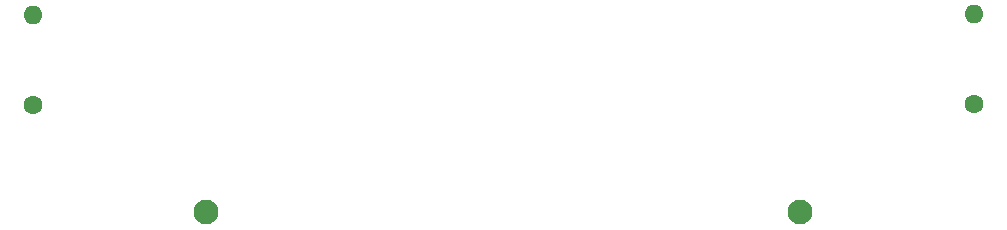
<source format=gts>
G04 #@! TF.GenerationSoftware,KiCad,Pcbnew,7.0.1*
G04 #@! TF.CreationDate,2023-11-28T21:46:24+01:00*
G04 #@! TF.ProjectId,Qtr-8-SN,5174722d-382d-4534-9e2e-6b696361645f,rev?*
G04 #@! TF.SameCoordinates,Original*
G04 #@! TF.FileFunction,Soldermask,Top*
G04 #@! TF.FilePolarity,Negative*
%FSLAX46Y46*%
G04 Gerber Fmt 4.6, Leading zero omitted, Abs format (unit mm)*
G04 Created by KiCad (PCBNEW 7.0.1) date 2023-11-28 21:46:24*
%MOMM*%
%LPD*%
G01*
G04 APERTURE LIST*
%ADD10C,2.100000*%
%ADD11C,1.600000*%
%ADD12O,1.600000X1.600000*%
G04 APERTURE END LIST*
D10*
X117776100Y-146795600D03*
X67484100Y-146795600D03*
D11*
X52832000Y-137718800D03*
D12*
X52832000Y-130098800D03*
D11*
X132435600Y-137668000D03*
D12*
X132435600Y-130048000D03*
M02*

</source>
